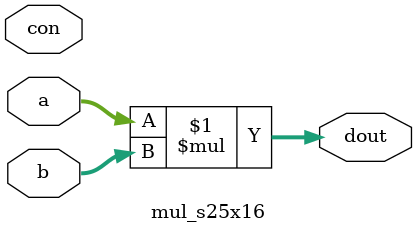
<source format=v>

module mul_s25x16 (
	a, b, dout, con
);
	input signed [24:0] a;
	input signed [15:0] b;
	output signed [40:0] dout;
	input con;

	// t« s25 x s16 = s41
	assign dout = a * b;

endmodule

</source>
